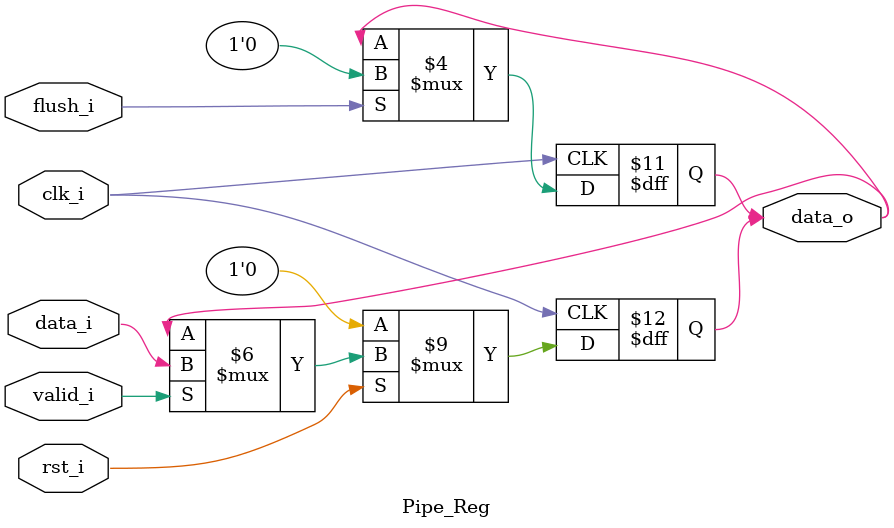
<source format=v>
`timescale 1ns / 1ps
module Pipe_Reg(
    clk_i,
    rst_i,
    data_i,
	valid_i,
	flush_i,
    data_o
    );
					
parameter size = 1;
parameter ctrl_size = 1;

input   clk_i;		  
input   rst_i;
input   [size-1:0] data_i;
input 	valid_i;
input 	flush_i;
output reg  [size-1:0] data_o;
	  
always@(posedge clk_i) begin
    if(~rst_i)
        data_o <= 0;
    else if(valid_i)	
        data_o <= data_i;
end

always@(posedge clk_i) begin
	if(flush_i)
		data_o[ctrl_size-1:0] <= 0;
end

endmodule	
</source>
